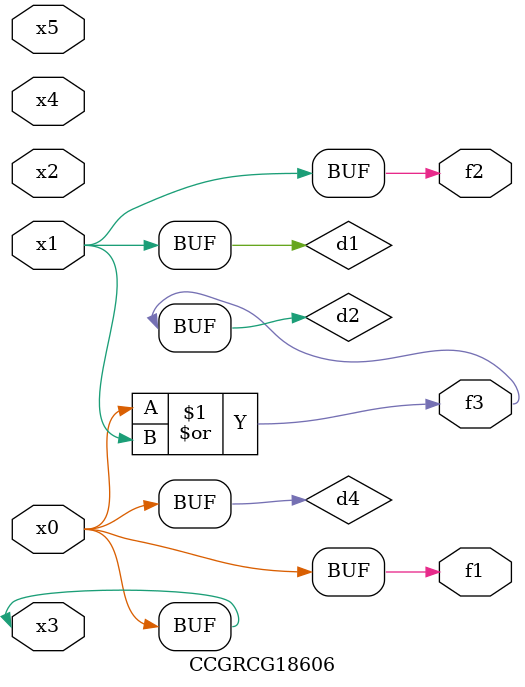
<source format=v>
module CCGRCG18606(
	input x0, x1, x2, x3, x4, x5,
	output f1, f2, f3
);

	wire d1, d2, d3, d4;

	and (d1, x1);
	or (d2, x0, x1);
	nand (d3, x0, x5);
	buf (d4, x0, x3);
	assign f1 = d4;
	assign f2 = d1;
	assign f3 = d2;
endmodule

</source>
